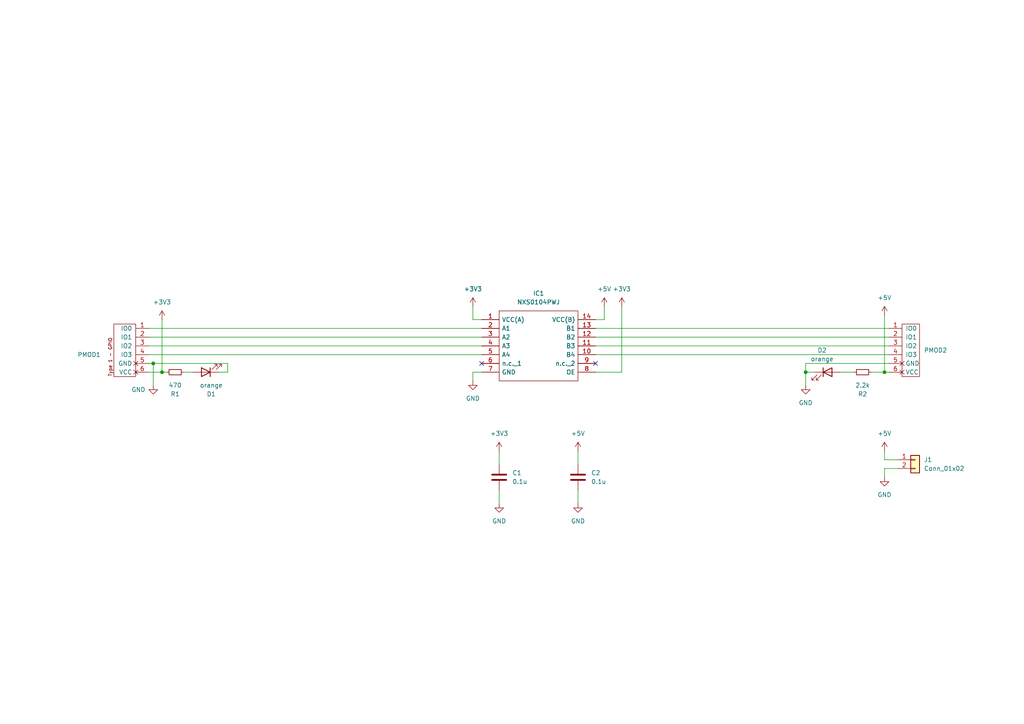
<source format=kicad_sch>
(kicad_sch (version 20211123) (generator eeschema)
  (paper "A4")
  (lib_symbols
    (symbol "Connector_Generic:Conn_01x02" (pin_names (offset 1.016) hide)
      (property "Reference" "J" (at 0 2.54 0))
      (property "Value" "Conn_01x02" (at 0 -5.08 0))
      (symbol "Conn_01x02_1_1"
        (rectangle (start -1.27 -2.413) (end 0 -2.667) (stroke (width 0.1524)))
        (rectangle (start -1.27 0.127) (end 0 -0.127) (stroke (width 0.1524)))
        (rectangle (start -1.27 1.27) (end 1.27 -3.81) (stroke (width 0.254)) (fill (type background)))
        (pin passive line (at -5.08 0 0) (length 3.81) (name "Pin_1") (number "1"))
        (pin passive line (at -5.08 -2.54 0) (length 3.81) (name "Pin_2") (number "2"))
      )
    )
    (symbol "Device:C" (pin_numbers hide) (pin_names (offset 0.254))
      (property "Reference" "C" (at 0.635 2.54 0))
      (property "Value" "C" (at 0.635 -2.54 0))
      (symbol "C_0_1"
        (polyline (pts (xy -2.032 -0.762) (xy 2.032 -0.762)) (stroke (width 0.508)))
        (polyline (pts (xy -2.032 0.762) (xy 2.032 0.762)) (stroke (width 0.508)))
      )
      (symbol "C_1_1"
        (pin passive line (at 0 3.81 270) (length 2.794) (name "~") (number "1"))
        (pin passive line (at 0 -3.81 90) (length 2.794) (name "~") (number "2"))
      )
    )
    (symbol "Device:LED" (pin_numbers hide) (pin_names (offset 1.016) hide)
      (property "Reference" "D" (at 0 2.54 0))
      (property "Value" "LED" (at 0 -2.54 0))
      (symbol "LED_0_1"
        (polyline (pts (xy -1.27 -1.27) (xy -1.27 1.27)) (stroke (width 0.254)))
        (polyline (pts (xy -1.27 0) (xy 1.27 0)))
        (polyline (pts (xy 1.27 -1.27) (xy 1.27 1.27) (xy -1.27 0) (xy 1.27 -1.27)) (stroke (width 0.254)))
        (polyline (pts (xy -3.048 -0.762) (xy -4.572 -2.286) (xy -3.81 -2.286) (xy -4.572 -2.286) (xy -4.572 -1.524)))
        (polyline (pts (xy -1.778 -0.762) (xy -3.302 -2.286) (xy -2.54 -2.286) (xy -3.302 -2.286) (xy -3.302 -1.524)))
      )
      (symbol "LED_1_1"
        (pin passive line (at -3.81 0 0) (length 2.54) (name "K") (number "1"))
        (pin passive line (at 3.81 0 180) (length 2.54) (name "A") (number "2"))
      )
    )
    (symbol "Device:R_Small" (pin_numbers hide) (pin_names (offset 0.254) hide)
      (property "Reference" "R" (at 0.762 0.508 0))
      (property "Value" "R_Small" (at 0.762 -1.016 0))
      (symbol "R_Small_0_1"
        (rectangle (start -0.762 1.778) (end 0.762 -1.778) (stroke (width 0.2032)))
      )
      (symbol "R_Small_1_1"
        (pin passive line (at 0 2.54 270) (length 0.762) (name "~") (number "1"))
        (pin passive line (at 0 -2.54 90) (length 0.762) (name "~") (number "2"))
      )
    )
    (symbol "SamacSys_Parts:NXS0104PWJ" (pin_names (offset 0.762))
      (property "Reference" "IC" (at 29.21 7.62 0))
      (property "Value" "NXS0104PWJ" (at 29.21 5.08 0))
      (symbol "NXS0104PWJ_0_0"
        (pin passive line (at 0 0 0) (length 5.08) (name "VCC(A)") (number "1"))
        (pin passive line (at 33.02 -10.16 180) (length 5.08) (name "B4") (number "10"))
        (pin passive line (at 33.02 -7.62 180) (length 5.08) (name "B3") (number "11"))
        (pin passive line (at 33.02 -5.08 180) (length 5.08) (name "B2") (number "12"))
        (pin passive line (at 33.02 -2.54 180) (length 5.08) (name "B1") (number "13"))
        (pin passive line (at 33.02 0 180) (length 5.08) (name "VCC(B)") (number "14"))
        (pin passive line (at 0 -2.54 0) (length 5.08) (name "A1") (number "2"))
        (pin passive line (at 0 -5.08 0) (length 5.08) (name "A2") (number "3"))
        (pin passive line (at 0 -7.62 0) (length 5.08) (name "A3") (number "4"))
        (pin passive line (at 0 -10.16 0) (length 5.08) (name "A4") (number "5"))
        (pin passive line (at 0 -12.7 0) (length 5.08) (name "n.c._1") (number "6"))
        (pin passive line (at 0 -15.24 0) (length 5.08) (name "GND") (number "7"))
        (pin passive line (at 33.02 -15.24 180) (length 5.08) (name "OE") (number "8"))
        (pin passive line (at 33.02 -12.7 180) (length 5.08) (name "n.c._2") (number "9"))
      )
      (symbol "NXS0104PWJ_0_1"
        (polyline (pts (xy 5.08 2.54) (xy 27.94 2.54) (xy 27.94 -17.78) (xy 5.08 -17.78) (xy 5.08 2.54)) (stroke (width 0.1524)))
      )
    )
    (symbol "pmod:PMOD-Device-x1-Type-1-GPIO" (pin_names (offset 1.016))
      (property "Reference" "PMOD" (at -3.302 -1.27 0))
      (property "Datasheet" "https://docs.google.com/a/mithis.com/spreadsheets/d/1D-GboyrP57VVpejQzEm0P1WEORo1LAIt92hk1bZGEoo/edit#gid=0" (at -1.27 7.62 0))
      (symbol "PMOD-Device-x1-Type-1-GPIO_0_0"
        (text "Type 1 - GPIO" (at -7.366 0 900) (effects (font (size 0.9906 0.9906)) (justify left)))
      )
      (symbol "PMOD-Device-x1-Type-1-GPIO_0_1"
        (rectangle (start 0 15.24) (end -6.35 0))
      )
      (symbol "PMOD-Device-x1-Type-1-GPIO_1_1"
        (pin bidirectional line (at 3.81 13.97 180) (length 3.81) (name "IO0") (number "1"))
        (pin bidirectional line (at 3.81 11.43 180) (length 3.81) (name "IO1") (number "2"))
        (pin bidirectional line (at 3.81 8.89 180) (length 3.81) (name "IO2") (number "3"))
        (pin bidirectional line (at 3.81 6.35 180) (length 3.81) (name "IO3") (number "4"))
        (pin power_out non_logic (at 3.81 3.81 180) (length 3.81) (name "GND") (number "5"))
        (pin power_out non_logic (at 3.81 1.27 180) (length 3.81) (name "VCC") (number "6"))
      )
    )
    (symbol "pmod:PMOD-Host-x1-GPIO" (pin_names (offset 1.016))
      (property "Reference" "PMOD" (at -1.27 -1.27 0))
      (symbol "PMOD-Host-x1-GPIO_0_1"
        (rectangle (start 0 15.24) (end 5.08 0))
      )
      (symbol "PMOD-Host-x1-GPIO_1_1"
        (pin bidirectional line (at -3.81 13.97 0) (length 3.81) (name "IO0") (number "1"))
        (pin bidirectional line (at -3.81 11.43 0) (length 3.81) (name "IO1") (number "2"))
        (pin bidirectional line (at -3.81 8.89 0) (length 3.81) (name "IO2") (number "3"))
        (pin bidirectional line (at -3.81 6.35 0) (length 3.81) (name "IO3") (number "4"))
        (pin power_in non_logic (at -3.81 3.81 0) (length 3.81) (name "GND") (number "5"))
        (pin power_in non_logic (at -3.81 1.27 0) (length 3.81) (name "VCC") (number "6"))
      )
    )
    (symbol "power:+3V3" (power) (pin_names (offset 0))
      (property "Value" "+3V3" (at 0 3.556 0))
      (symbol "+3V3_0_1"
        (polyline (pts (xy -0.762 1.27) (xy 0 2.54)))
        (polyline (pts (xy 0 0) (xy 0 2.54)))
        (polyline (pts (xy 0 2.54) (xy 0.762 1.27)))
      )
      (symbol "+3V3_1_1"
        (pin power_in line (at 0 0 90) (length 0) hide (name "+3V3") (number "1"))
      )
    )
    (symbol "power:+5V" (power) (pin_names (offset 0))
      (property "Value" "+5V" (at 0 3.556 0))
      (symbol "+5V_0_1"
        (polyline (pts (xy -0.762 1.27) (xy 0 2.54)))
        (polyline (pts (xy 0 0) (xy 0 2.54)))
        (polyline (pts (xy 0 2.54) (xy 0.762 1.27)))
      )
      (symbol "+5V_1_1"
        (pin power_in line (at 0 0 90) (length 0) hide (name "+5V") (number "1"))
      )
    )
    (symbol "power:GND" (power) (pin_names (offset 0))
      (property "Value" "GND" (at 0 -3.81 0))
      (symbol "GND_0_1"
        (polyline (pts (xy 0 0) (xy 0 -1.27) (xy 1.27 -1.27) (xy 0 -2.54) (xy -1.27 -1.27) (xy 0 -1.27)))
      )
      (symbol "GND_1_1"
        (pin power_in line (at 0 0 270) (length 0) hide (name "GND") (number "1"))
      )
    )
  )
  (junction (at 233.68 107.95))
  (junction (at 256.54 107.95))
  (junction (at 44.45 105.41))
  (junction (at 46.99 107.95))
  (no_connect (at 172.72 105.41))
  (no_connect (at 139.7 105.41))
  (wire (pts (xy 243.84 107.95) (xy 247.65 107.95)))
  (wire (pts (xy 260.35 133.35) (xy 256.54 133.35)))
  (wire (pts (xy 66.04 107.95) (xy 66.04 105.41)))
  (wire (pts (xy 172.72 95.25) (xy 257.81 95.25)))
  (wire (pts (xy 55.88 107.95) (xy 53.34 107.95)))
  (wire (pts (xy 167.64 142.24) (xy 167.64 146.05)))
  (wire (pts (xy 144.78 142.24) (xy 144.78 146.05)))
  (wire (pts (xy 43.18 97.79) (xy 139.7 97.79)))
  (wire (pts (xy 256.54 135.89) (xy 256.54 138.43)))
  (wire (pts (xy 172.72 107.95) (xy 180.34 107.95)))
  (wire (pts (xy 43.18 102.87) (xy 139.7 102.87)))
  (wire (pts (xy 137.16 107.95) (xy 137.16 110.49)))
  (wire (pts (xy 172.72 97.79) (xy 257.81 97.79)))
  (wire (pts (xy 46.99 107.95) (xy 43.18 107.95)))
  (wire (pts (xy 43.18 95.25) (xy 139.7 95.25)))
  (wire (pts (xy 260.35 135.89) (xy 256.54 135.89)))
  (wire (pts (xy 137.16 92.71) (xy 137.16 88.9)))
  (wire (pts (xy 257.81 105.41) (xy 233.68 105.41)))
  (wire (pts (xy 256.54 133.35) (xy 256.54 130.81)))
  (wire (pts (xy 252.73 107.95) (xy 256.54 107.95)))
  (wire (pts (xy 180.34 107.95) (xy 180.34 88.9)))
  (wire (pts (xy 48.26 107.95) (xy 46.99 107.95)))
  (wire (pts (xy 256.54 107.95) (xy 257.81 107.95)))
  (wire (pts (xy 175.26 92.71) (xy 175.26 88.9)))
  (wire (pts (xy 172.72 92.71) (xy 175.26 92.71)))
  (wire (pts (xy 172.72 102.87) (xy 257.81 102.87)))
  (wire (pts (xy 63.5 107.95) (xy 66.04 107.95)))
  (wire (pts (xy 139.7 107.95) (xy 137.16 107.95)))
  (wire (pts (xy 256.54 91.44) (xy 256.54 107.95)))
  (wire (pts (xy 43.18 105.41) (xy 44.45 105.41)))
  (wire (pts (xy 172.72 100.33) (xy 257.81 100.33)))
  (wire (pts (xy 144.78 130.81) (xy 144.78 134.62)))
  (wire (pts (xy 167.64 130.81) (xy 167.64 134.62)))
  (wire (pts (xy 46.99 92.71) (xy 46.99 107.95)))
  (wire (pts (xy 233.68 105.41) (xy 233.68 107.95)))
  (wire (pts (xy 44.45 105.41) (xy 44.45 111.76)))
  (wire (pts (xy 139.7 92.71) (xy 137.16 92.71)))
  (wire (pts (xy 44.45 105.41) (xy 66.04 105.41)))
  (wire (pts (xy 233.68 107.95) (xy 233.68 111.76)))
  (wire (pts (xy 233.68 107.95) (xy 236.22 107.95)))
  (wire (pts (xy 43.18 100.33) (xy 139.7 100.33)))
  (symbol (lib_id "pmod:PMOD-Device-x1-Type-1-GPIO") (at 39.37 109.22 0) (unit 1)
    (property "Reference" "PMOD1" (at 29.21 102.8701 0) (effects (justify right)))
    (property "Value" "PMOD-Device-x1-Type-1-GPIO" (effects hide))
    (property "Footprint" "pmod-conn_6x2:pmod_type_1_pin" (effects hide))
    (property "Datasheet" "https://docs.google.com/a/mithis.com/spreadsheets/d/1D-GboyrP57VVpejQzEm0P1WEORo1LAIt92hk1bZGEoo/edit#gid=0" (effects hide))
  )
  (symbol (lib_id "power:GND") (at 44.45 111.76 0) (unit 1)
    (property "Reference" "#PWR0111" (effects hide))
    (property "Value" "GND" (at 38.1 113.03 0) (effects (justify left)))
  )
  (symbol (lib_id "power:+5V") (at 167.64 130.81 0) (unit 1)
    (property "Reference" "#PWR0108" (effects hide))
    (property "Value" "+5V" (at 167.64 125.73 0))
  )
  (symbol (lib_id "power:GND") (at 256.54 138.43 0) (unit 1)
    (property "Reference" "#PWR0106" (effects hide))
    (property "Value" "GND" (at 256.54 143.51 0))
  )
  (symbol (lib_id "power:+5V") (at 175.26 88.9 0) (unit 1)
    (property "Reference" "#PWR0101" (effects hide))
    (property "Value" "+5V" (at 175.26 83.82 0))
  )
  (symbol (lib_id "Device:C") (at 167.64 138.43 0) (unit 1)
    (property "Reference" "C2" (at 171.45 137.1599 0) (effects (justify left)))
    (property "Value" "0.1u" (at 171.45 139.6999 0) (effects (justify left)))
    (property "Footprint" "Capacitor_SMD:C_0805_2012Metric" (effects hide))
  )
  (symbol (lib_id "pmod:PMOD-Host-x1-GPIO") (at 261.62 109.22 0) (unit 1)
    (property "Reference" "PMOD2" (at 267.97 101.5999 0) (effects (justify left)))
    (property "Value" "PMOD-Host-x1-GPIO" (effects hide))
    (property "Footprint" "pmod-conn_6x2:pmod_type_1_socket" (effects hide))
  )
  (symbol (lib_id "power:+3V3") (at 180.34 88.9 0) (unit 1)
    (property "Reference" "#PWR0102" (effects hide))
    (property "Value" "+3V3" (at 180.34 83.82 0))
  )
  (symbol (lib_id "Connector_Generic:Conn_01x02") (at 265.43 133.35 0) (unit 1)
    (property "Reference" "J1" (at 267.97 133.3499 0) (effects (justify left)))
    (property "Value" "Conn_01x02" (at 267.97 135.8899 0) (effects (justify left)))
    (property "Footprint" "Connector_PinHeader_2.54mm:PinHeader_1x02_P2.54mm_Vertical" (effects hide))
  )
  (symbol (lib_id "power:+5V") (at 256.54 130.81 0) (unit 1)
    (property "Reference" "#PWR0105" (effects hide))
    (property "Value" "+5V" (at 256.54 125.73 0))
  )
  (symbol (lib_id "power:GND") (at 167.64 146.05 0) (unit 1)
    (property "Reference" "#PWR0107" (effects hide))
    (property "Value" "GND" (at 167.64 151.13 0))
  )
  (symbol (lib_id "SamacSys_Parts:NXS0104PWJ") (at 139.7 92.71 0) (unit 1)
    (property "Reference" "IC1" (at 156.21 85.09 0))
    (property "Value" "NXS0104PWJ" (at 156.21 87.63 0))
    (property "Footprint" "SOP65P640X110-14N" (effects hide))
    (property "Datasheet" "https://assets.nexperia.com/documents/data-sheet/NXS0104.pdf" (effects hide))
    (property "Description" "NXS0104 - Dual supply translating transceiver; open drain; autodirectionsensing@en-us" (effects hide))
    (property "Height" "1.1" (effects hide))
    (property "Mouser Part Number" "771-NXS0104PWJ" (effects hide))
    (property "Mouser Price/Stock" "https://www.mouser.co.uk/ProductDetail/Nexperia/NXS0104PWJ?qs=vLWxofP3U2yYSKEMXw647Q%3D%3D" (effects hide))
    (property "Manufacturer_Name" "Nexperia" (effects hide))
    (property "Manufacturer_Part_Number" "NXS0104PWJ" (effects hide))
  )
  (symbol (lib_id "Device:R_Small") (at 50.8 107.95 270) (unit 1)
    (property "Reference" "R1" (at 50.8 114.3 90))
    (property "Value" "470" (at 50.8 111.76 90))
    (property "Footprint" "Resistor_SMD:R_0805_2012Metric" (effects hide))
  )
  (symbol (lib_id "power:+3V3") (at 137.16 88.9 0) (unit 1)
    (property "Reference" "#PWR0114" (effects hide))
    (property "Value" "+3V3" (at 137.16 83.82 0))
  )
  (symbol (lib_id "power:GND") (at 233.68 111.76 0) (unit 1)
    (property "Reference" "#PWR0104" (effects hide))
    (property "Value" "GND" (at 233.68 116.84 0))
  )
  (symbol (lib_id "Device:R_Small") (at 250.19 107.95 270) (unit 1)
    (property "Reference" "R2" (at 250.19 114.3 90))
    (property "Value" "2.2k" (at 250.19 111.76 90))
    (property "Footprint" "Resistor_SMD:R_0805_2012Metric" (effects hide))
  )
  (symbol (lib_id "Device:C") (at 144.78 138.43 0) (unit 1)
    (property "Reference" "C1" (at 148.59 137.1599 0) (effects (justify left)))
    (property "Value" "0.1u" (at 148.59 139.6999 0) (effects (justify left)))
    (property "Footprint" "Capacitor_SMD:C_0805_2012Metric" (effects hide))
  )
  (symbol (lib_id "power:+3V3") (at 144.78 130.81 0) (unit 1)
    (property "Reference" "#PWR0110" (effects hide))
    (property "Value" "+3V3" (at 144.78 125.73 0))
  )
  (symbol (lib_id "Device:LED") (at 59.69 107.95 180) (unit 1)
    (property "Reference" "D1" (at 61.2775 114.3 0))
    (property "Value" "orange" (at 61.2775 111.76 0))
    (property "Footprint" "LED_SMD:LED_0805_2012Metric" (effects hide))
  )
  (symbol (lib_id "power:GND") (at 137.16 110.49 0) (unit 1)
    (property "Reference" "#PWR0113" (effects hide))
    (property "Value" "GND" (at 137.16 115.57 0))
  )
  (symbol (lib_id "power:+3V3") (at 46.99 92.71 0) (unit 1)
    (property "Reference" "#PWR0112" (effects hide))
    (property "Value" "+3V3" (at 46.99 87.63 0))
  )
  (symbol (lib_id "Device:LED") (at 240.03 107.95 0) (unit 1)
    (property "Reference" "D2" (at 238.4425 101.6 0))
    (property "Value" "orange" (at 238.4425 104.14 0))
    (property "Footprint" "LED_SMD:LED_0805_2012Metric" (effects hide))
  )
  (symbol (lib_id "power:GND") (at 144.78 146.05 0) (unit 1)
    (property "Reference" "#PWR0109" (effects hide))
    (property "Value" "GND" (at 144.78 151.13 0))
  )
  (symbol (lib_id "power:+5V") (at 256.54 91.44 0) (unit 1)
    (property "Reference" "#PWR0103" (effects hide))
    (property "Value" "+5V" (at 256.54 86.36 0))
  )
)
</source>
